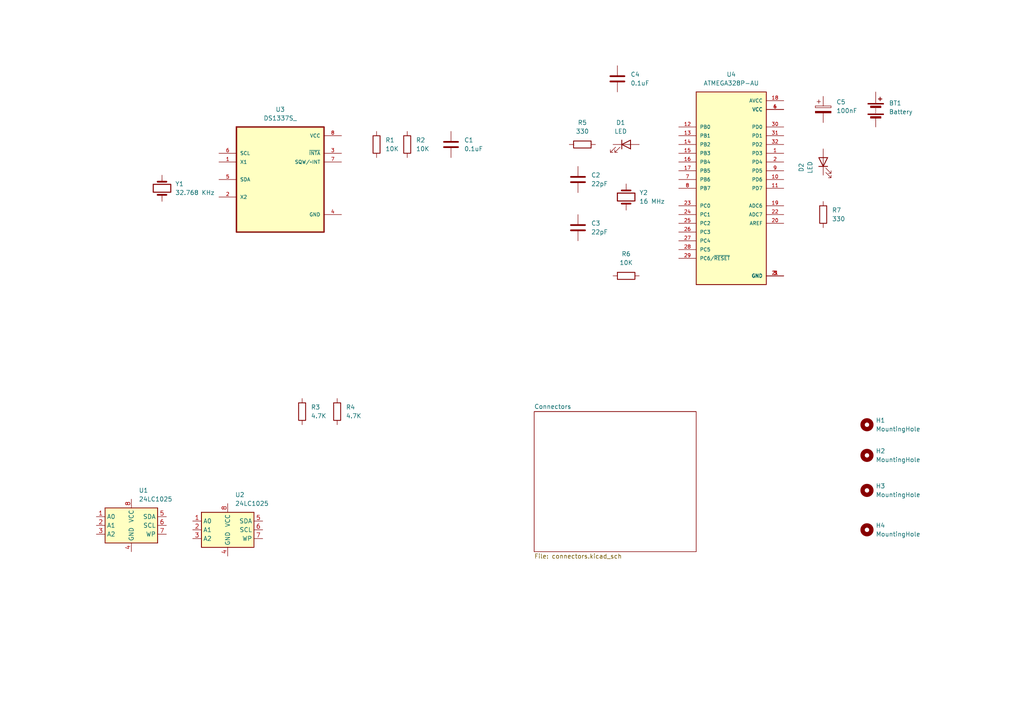
<source format=kicad_sch>
(kicad_sch (version 20250114) (generator "eeschema") (generator_version "9.0")
  (paper "A4")
  (title_block (title "${project_name}") (date "2025-10-13") (rev "1.0"))
  (lib_symbols
    (symbol "ATMEGA328P-AU:ATMEGA328P-AU" (pin_names (offset 1.016))
      (property "Reference" "U" (at -10.1755 29.2546 0))
      (property "Value" "ATMEGA328P-AU" (at -10.1669 -31.7714 0))
      (symbol "ATMEGA328P-AU_0_0"
        (rectangle (start -10.16 -27.94) (end 10.16 27.94) (stroke (width 0.254)) (fill (type background)))
        (pin bidirectional line (at -15.24 17.78 0) (length 5.08) (name "PB0") (number "12"))
        (pin bidirectional line (at -15.24 15.24 0) (length 5.08) (name "PB1") (number "13"))
        (pin bidirectional line (at -15.24 12.7 0) (length 5.08) (name "PB2") (number "14"))
        (pin bidirectional line (at -15.24 10.16 0) (length 5.08) (name "PB3") (number "15"))
        (pin bidirectional line (at -15.24 7.62 0) (length 5.08) (name "PB4") (number "16"))
        (pin bidirectional line (at -15.24 5.08 0) (length 5.08) (name "PB5") (number "17"))
        (pin bidirectional line (at -15.24 2.54 0) (length 5.08) (name "PB6") (number "7"))
        (pin bidirectional line (at -15.24 0 0) (length 5.08) (name "PB7") (number "8"))
        (pin bidirectional line (at -15.24 -5.08 0) (length 5.08) (name "PC0") (number "23"))
        (pin bidirectional line (at -15.24 -7.62 0) (length 5.08) (name "PC1") (number "24"))
        (pin bidirectional line (at -15.24 -10.16 0) (length 5.08) (name "PC2") (number "25"))
        (pin bidirectional line (at -15.24 -12.7 0) (length 5.08) (name "PC3") (number "26"))
        (pin bidirectional line (at -15.24 -15.24 0) (length 5.08) (name "PC4") (number "27"))
        (pin bidirectional line (at -15.24 -17.78 0) (length 5.08) (name "PC5") (number "28"))
        (pin bidirectional line (at -15.24 -20.32 0) (length 5.08) (name "PC6/~{RESET}") (number "29"))
        (pin power_in line (at 15.24 25.4 180) (length 5.08) (name "AVCC") (number "18"))
        (pin power_in line (at 15.24 22.86 180) (length 5.08) (name "VCC") (number "4"))
        (pin power_in line (at 15.24 22.86 180) (length 5.08) (name "VCC") (number "6"))
        (pin bidirectional line (at 15.24 17.78 180) (length 5.08) (name "PD0") (number "30"))
        (pin bidirectional line (at 15.24 15.24 180) (length 5.08) (name "PD1") (number "31"))
        (pin bidirectional line (at 15.24 12.7 180) (length 5.08) (name "PD2") (number "32"))
        (pin bidirectional line (at 15.24 10.16 180) (length 5.08) (name "PD3") (number "1"))
        (pin bidirectional line (at 15.24 7.62 180) (length 5.08) (name "PD4") (number "2"))
        (pin bidirectional line (at 15.24 5.08 180) (length 5.08) (name "PD5") (number "9"))
        (pin bidirectional line (at 15.24 2.54 180) (length 5.08) (name "PD6") (number "10"))
        (pin bidirectional line (at 15.24 0 180) (length 5.08) (name "PD7") (number "11"))
        (pin bidirectional line (at 15.24 -5.08 180) (length 5.08) (name "ADC6") (number "19"))
        (pin bidirectional line (at 15.24 -7.62 180) (length 5.08) (name "ADC7") (number "22"))
        (pin input line (at 15.24 -10.16 180) (length 5.08) (name "AREF") (number "20"))
        (pin power_in line (at 15.24 -25.4 180) (length 5.08) (name "GND") (number "21"))
        (pin power_in line (at 15.24 -25.4 180) (length 5.08) (name "GND") (number "3"))
        (pin power_in line (at 15.24 -25.4 180) (length 5.08) (name "GND") (number "5"))
      )
    )
    (symbol "DS1337S_:DS1337S_" (pin_names (offset 1.016))
      (property "Reference" "U" (at -12.7 16.24 0))
      (property "Value" "DS1337S_" (at -12.7 -19.24 0))
      (symbol "DS1337S__0_0"
        (rectangle (start -12.7 -15.24) (end 12.7 15.24) (stroke (width 0.41)) (fill (type background)))
        (pin input line (at -17.78 7.62 0) (length 5.08) (name "SCL") (number "6"))
        (pin input line (at -17.78 5.08 0) (length 5.08) (name "X1") (number "1"))
        (pin bidirectional line (at -17.78 0 0) (length 5.08) (name "SDA") (number "5"))
        (pin bidirectional line (at -17.78 -5.08 0) (length 5.08) (name "X2") (number "2"))
        (pin power_in line (at 17.78 12.7 180) (length 5.08) (name "VCC") (number "8"))
        (pin output line (at 17.78 7.62 180) (length 5.08) (name "~{INTA}") (number "3"))
        (pin output line (at 17.78 5.08 180) (length 5.08) (name "SQW/~INT") (number "7"))
        (pin power_in line (at 17.78 -10.16 180) (length 5.08) (name "GND") (number "4"))
      )
    )
    (symbol "Device:Battery" (pin_numbers (hide yes)) (pin_names (offset 0) (hide yes))
      (property "Reference" "BT" (at 2.54 2.54 0))
      (property "Value" "Battery" (at 2.54 0 0))
      (symbol "Battery_0_1"
        (rectangle (start -2.286 1.778) (end 2.286 1.524) (fill (type outline)))
        (rectangle (start -2.286 -1.27) (end 2.286 -1.524) (fill (type outline)))
        (rectangle (start -1.524 1.016) (end 1.524 0.508) (fill (type outline)))
        (rectangle (start -1.524 -2.032) (end 1.524 -2.54) (fill (type outline)))
        (polyline (pts (xy 0 1.778) (xy 0 2.54)))
        (polyline (pts (xy 0 0) (xy 0 0.254)))
        (polyline (pts (xy 0 -0.508) (xy 0 -0.254)))
        (polyline (pts (xy 0 -1.016) (xy 0 -0.762)))
        (polyline (pts (xy 0.762 3.048) (xy 1.778 3.048)) (stroke (width 0.254)))
        (polyline (pts (xy 1.27 3.556) (xy 1.27 2.54)) (stroke (width 0.254)))
      )
      (symbol "Battery_1_1"
        (pin passive line (at 0 5.08 270) (length 2.54) (name "+") (number "1"))
        (pin passive line (at 0 -5.08 90) (length 2.54) (name "-") (number "2"))
      )
    )
    (symbol "Device:C" (pin_numbers (hide yes)) (pin_names (offset 0.254))
      (property "Reference" "C" (at 0.635 2.54 0))
      (property "Value" "C" (at 0.635 -2.54 0))
      (symbol "C_0_1"
        (polyline (pts (xy -2.032 0.762) (xy 2.032 0.762)) (stroke (width 0.508)))
        (polyline (pts (xy -2.032 -0.762) (xy 2.032 -0.762)) (stroke (width 0.508)))
      )
      (symbol "C_1_1"
        (pin passive line (at 0 3.81 270) (length 2.794) (name "~") (number "1"))
        (pin passive line (at 0 -3.81 90) (length 2.794) (name "~") (number "2"))
      )
    )
    (symbol "Device:C_Polarized" (pin_numbers (hide yes)) (pin_names (offset 0.254))
      (property "Reference" "C" (at 0.635 2.54 0))
      (property "Value" "C_Polarized" (at 0.635 -2.54 0))
      (symbol "C_Polarized_0_1"
        (rectangle (start -2.286 0.508) (end 2.286 1.016))
        (polyline (pts (xy -1.778 2.286) (xy -0.762 2.286)))
        (polyline (pts (xy -1.27 2.794) (xy -1.27 1.778)))
        (rectangle (start 2.286 -0.508) (end -2.286 -1.016) (fill (type outline)))
      )
      (symbol "C_Polarized_1_1"
        (pin passive line (at 0 3.81 270) (length 2.794) (name "~") (number "1"))
        (pin passive line (at 0 -3.81 90) (length 2.794) (name "~") (number "2"))
      )
    )
    (symbol "Device:Crystal" (pin_numbers (hide yes)) (pin_names (offset 1.016) (hide yes))
      (property "Reference" "Y" (at 0 3.81 0))
      (property "Value" "Crystal" (at 0 -3.81 0))
      (symbol "Crystal_0_1"
        (polyline (pts (xy -2.54 0) (xy -1.905 0)))
        (polyline (pts (xy -1.905 -1.27) (xy -1.905 1.27)) (stroke (width 0.508)))
        (rectangle (start -1.143 2.54) (end 1.143 -2.54) (stroke (width 0.3048)))
        (polyline (pts (xy 1.905 -1.27) (xy 1.905 1.27)) (stroke (width 0.508)))
        (polyline (pts (xy 2.54 0) (xy 1.905 0)))
      )
      (symbol "Crystal_1_1"
        (pin passive line (at -3.81 0 0) (length 1.27) (name "1") (number "1"))
        (pin passive line (at 3.81 0 180) (length 1.27) (name "2") (number "2"))
      )
    )
    (symbol "Device:LED" (pin_numbers (hide yes)) (pin_names (offset 1.016) (hide yes))
      (property "Reference" "D" (at 0 2.54 0))
      (property "Value" "LED" (at 0 -2.54 0))
      (symbol "LED_0_1"
        (polyline (pts (xy -3.048 -0.762) (xy -4.572 -2.286) (xy -3.81 -2.286) (xy -4.572 -2.286) (xy -4.572 -1.524)))
        (polyline (pts (xy -1.778 -0.762) (xy -3.302 -2.286) (xy -2.54 -2.286) (xy -3.302 -2.286) (xy -3.302 -1.524)))
        (polyline (pts (xy -1.27 0) (xy 1.27 0)))
        (polyline (pts (xy -1.27 -1.27) (xy -1.27 1.27)) (stroke (width 0.254)))
        (polyline (pts (xy 1.27 -1.27) (xy 1.27 1.27) (xy -1.27 0) (xy 1.27 -1.27)) (stroke (width 0.254)))
      )
      (symbol "LED_1_1"
        (pin passive line (at -3.81 0 0) (length 2.54) (name "K") (number "1"))
        (pin passive line (at 3.81 0 180) (length 2.54) (name "A") (number "2"))
      )
    )
    (symbol "Device:R" (pin_numbers (hide yes)) (pin_names (offset 0))
      (property "Reference" "R" (at 2.032 0 90))
      (property "Value" "R" (at 0 0 90))
      (symbol "R_0_1"
        (rectangle (start -1.016 -2.54) (end 1.016 2.54) (stroke (width 0.254)))
      )
      (symbol "R_1_1"
        (pin passive line (at 0 3.81 270) (length 1.27) (name "~") (number "1"))
        (pin passive line (at 0 -3.81 90) (length 1.27) (name "~") (number "2"))
      )
    )
    (symbol "Mechanical:MountingHole" (pin_names (offset 1.016)) (in_bom no)
      (property "Reference" "H" (at 0 5.08 0))
      (property "Value" "MountingHole" (at 0 3.175 0))
      (symbol "MountingHole_0_1"
        (circle (center 0 0) (radius 1.27) (stroke (width 1.27)))
      )
    )
    (symbol "Memory_EEPROM:24LC1025"
      (property "Reference" "U" (at -6.35 6.35 0))
      (property "Value" "24LC1025" (at 1.27 6.35 0))
      (symbol "24LC1025_1_1"
        (rectangle (start -7.62 5.08) (end 7.62 -5.08) (stroke (width 0.254)) (fill (type background)))
        (pin input line (at -10.16 2.54 0) (length 2.54) (name "A0") (number "1"))
        (pin input line (at -10.16 0 0) (length 2.54) (name "A1") (number "2"))
        (pin input line (at -10.16 -2.54 0) (length 2.54) (name "A2") (number "3"))
        (pin power_in line (at 0 7.62 270) (length 2.54) (name "VCC") (number "8"))
        (pin power_in line (at 0 -7.62 90) (length 2.54) (name "GND") (number "4"))
        (pin bidirectional line (at 10.16 2.54 180) (length 2.54) (name "SDA") (number "5"))
        (pin input line (at 10.16 0 180) (length 2.54) (name "SCL") (number "6"))
        (pin input line (at 10.16 -2.54 180) (length 2.54) (name "WP") (number "7"))
      )
    )
  )
  (symbol (lib_id "Device:Battery") (at 254 31.75 0) (unit 1)
    (property "Reference" "BT1" (at 257.81 29.9084 0) (effects (justify left)))
    (property "Value" "Battery" (at 257.81 32.4484 0) (effects (justify left)))
    (property "Description" "Multiple-cell battery" (effects (hide yes)))
  )
  (symbol (lib_id "Mechanical:MountingHole") (at 251.46 142.24 0) (unit 1) (in_bom no)
    (property "Reference" "H3" (at 254 140.9699 0) (effects (justify left)))
    (property "Value" "MountingHole" (at 254 143.5099 0) (effects (justify left)))
    (property "Description" "Mounting Hole without connection" (effects (hide yes)))
  )
  (symbol (lib_id "Mechanical:MountingHole") (at 251.46 153.67 0) (unit 1) (in_bom no)
    (property "Reference" "H4" (at 254 152.3999 0) (effects (justify left)))
    (property "Value" "MountingHole" (at 254 154.9399 0) (effects (justify left)))
    (property "Description" "Mounting Hole without connection" (effects (hide yes)))
  )
  (symbol (lib_id "Mechanical:MountingHole") (at 251.46 132.08 0) (unit 1) (in_bom no)
    (property "Reference" "H2" (at 254 130.8099 0) (effects (justify left)))
    (property "Value" "MountingHole" (at 254 133.3499 0) (effects (justify left)))
    (property "Description" "Mounting Hole without connection" (effects (hide yes)))
  )
  (symbol (lib_id "Device:LED") (at 238.76 46.99 90) (unit 1)
    (property "Reference" "D2" (at 232.41 48.5775 0))
    (property "Value" "LED" (at 234.95 48.5775 0))
    (property "Description" "Light emitting diode" (effects (hide yes)))
    (property "Sim.Pins" "1=K 2=A" (effects (hide yes)))
  )
  (symbol (lib_id "Device:R") (at 168.91 41.91 90) (unit 1)
    (property "Reference" "R5" (at 168.91 35.56 90))
    (property "Value" "330" (at 168.91 38.1 90))
    (property "Description" "Resistor" (effects (hide yes)))
  )
  (symbol (lib_id "DS1337S_:DS1337S_") (at 81.28 52.07 0) (unit 1)
    (property "Reference" "U3" (at 81.28 31.75 0))
    (property "Value" "DS1337S_" (at 81.28 34.29 0))
    (property "Footprint" "DS1337S_:SOIC127P600X175-8N" (effects (hide yes)))
    (property "MF" "Maxim Integrated Products" (effects (hide yes)))
    (property "Description_1" "Real Time Clock (RTC) IC Clock/Calendar I2C, 2-Wire Serial 8-SOIC (0.154, 3.90mm Width)" (effects (hide yes)))
    (property "Package" "SOIC-8 Maxim" (effects (hide yes)))
    (property "Price" "None" (effects (hide yes)))
    (property "SnapEDA_Link" "https://www.snapeda.com/parts/DS1337S+/Maxim+Integrated/view-part/?ref=snap" (effects (hide yes)))
    (property "MP" "DS1337S+" (effects (hide yes)))
    (property "Availability" "In Stock" (effects (hide yes)))
    (property "Check_prices" "https://www.snapeda.com/parts/DS1337S+/Maxim+Integrated/view-part/?ref=eda" (effects (hide yes)))
  )
  (symbol (lib_id "Device:C") (at 130.81 41.91 0) (unit 1)
    (property "Reference" "C1" (at 134.62 40.6399 0) (effects (justify left)))
    (property "Value" "0.1uF" (at 134.62 43.1799 0) (effects (justify left)))
    (property "Description" "Unpolarized capacitor" (effects (hide yes)))
  )
  (symbol (lib_id "ATMEGA328P-AU:ATMEGA328P-AU") (at 212.09 54.61 0) (unit 1)
    (property "Reference" "U4" (at 212.09 21.59 0))
    (property "Value" "ATMEGA328P-AU" (at 212.09 24.13 0))
    (property "Footprint" "ATMEGA328P-AU:QFP80P900X900X120-32N" (effects (hide yes)))
    (property "DigiKey_Part_Number" "ATMEGA328P-AU-ND" (effects (hide yes)))
    (property "SnapEDA_Link" "https://www.snapeda.com/parts/ATMEGA328P-AU/Microchip+Technology/view-part/?ref=snap" (effects (hide yes)))
    (property "MAXIMUM_PACKAGE_HEIGHT" "1.20mm" (effects (hide yes)))
    (property "Package" "TQFP-32 Microchip" (effects (hide yes)))
    (property "Check_prices" "https://www.snapeda.com/parts/ATMEGA328P-AU/Microchip+Technology/view-part/?ref=eda" (effects (hide yes)))
    (property "STANDARD" "IPC-7351B" (effects (hide yes)))
    (property "PARTREV" "8271A" (effects (hide yes)))
    (property "MF" "Microchip" (effects (hide yes)))
    (property "MP" "ATMEGA328P-AU" (effects (hide yes)))
    (property "Description_1" "AVR AVR® ATmega Microcontroller IC 8-Bit 20MHz 32KB (16K x 16) FLASH 32-TQFP (7x7)" (effects (hide yes)))
    (property "MANUFACTURER" "Microchip" (effects (hide yes)))
  )
  (symbol (lib_id "Device:R") (at 109.22 41.91 180) (unit 1)
    (property "Reference" "R1" (at 111.76 40.6399 0) (effects (justify right)))
    (property "Value" "10K" (at 111.76 43.1799 0) (effects (justify right)))
    (property "Description" "Resistor" (effects (hide yes)))
  )
  (symbol (lib_id "Device:Crystal") (at 181.61 57.15 90) (unit 1)
    (property "Reference" "Y2" (at 185.42 55.8799 90) (effects (justify right)))
    (property "Value" "16 MHz" (at 185.42 58.4199 90) (effects (justify right)))
    (property "Description" "Two pin crystal" (effects (hide yes)))
  )
  (symbol (lib_id "Device:R") (at 97.79 119.38 0) (unit 1)
    (property "Reference" "R4" (at 100.33 118.1099 0) (effects (justify left)))
    (property "Value" "4.7K" (at 100.33 120.6499 0) (effects (justify left)))
    (property "Description" "Resistor" (effects (hide yes)))
  )
  (symbol (lib_id "Mechanical:MountingHole") (at 251.46 123.19 0) (unit 1) (in_bom no)
    (property "Reference" "H1" (at 254 121.9199 0) (effects (justify left)))
    (property "Value" "MountingHole" (at 254 124.4599 0) (effects (justify left)))
    (property "Description" "Mounting Hole without connection" (effects (hide yes)))
  )
  (symbol (lib_id "Device:R") (at 238.76 62.23 0) (unit 1)
    (property "Reference" "R7" (at 241.3 60.9599 0) (effects (justify left)))
    (property "Value" "330" (at 241.3 63.4999 0) (effects (justify left)))
    (property "Description" "Resistor" (effects (hide yes)))
  )
  (symbol (lib_id "Device:Crystal") (at 46.99 54.61 90) (unit 1)
    (property "Reference" "Y1" (at 50.8 53.3399 90) (effects (justify right)))
    (property "Value" "32.768 KHz" (at 50.8 55.8799 90) (effects (justify right)))
    (property "Description" "Two pin crystal" (effects (hide yes)))
  )
  (symbol (lib_id "Device:R") (at 181.61 80.01 90) (unit 1)
    (property "Reference" "R6" (at 181.61 73.66 90))
    (property "Value" "10K" (at 181.61 76.2 90))
    (property "Description" "Resistor" (effects (hide yes)))
  )
  (symbol (lib_id "Memory_EEPROM:24LC1025") (at 38.1 152.4 0) (unit 1)
    (property "Reference" "U1" (at 40.2433 142.24 0) (effects (justify left)))
    (property "Value" "24LC1025" (at 40.2433 144.78 0) (effects (justify left)))
    (property "Datasheet" "http://ww1.microchip.com/downloads/en/DeviceDoc/21941B.pdf" (effects (hide yes)))
    (property "Description" "I2C Serial EEPROM, 1024Kb, DIP-8/SOIC-8/TSSOP-8/DFN-8" (effects (hide yes)))
  )
  (symbol (lib_id "Memory_EEPROM:24LC1025") (at 66.04 153.67 0) (unit 1)
    (property "Reference" "U2" (at 68.1833 143.51 0) (effects (justify left)))
    (property "Value" "24LC1025" (at 68.1833 146.05 0) (effects (justify left)))
    (property "Datasheet" "http://ww1.microchip.com/downloads/en/DeviceDoc/21941B.pdf" (effects (hide yes)))
    (property "Description" "I2C Serial EEPROM, 1024Kb, DIP-8/SOIC-8/TSSOP-8/DFN-8" (effects (hide yes)))
  )
  (symbol (lib_id "Device:R") (at 87.63 119.38 0) (unit 1)
    (property "Reference" "R3" (at 90.17 118.1099 0) (effects (justify left)))
    (property "Value" "4.7K" (at 90.17 120.6499 0) (effects (justify left)))
    (property "Description" "Resistor" (effects (hide yes)))
  )
  (symbol (lib_id "Device:C") (at 179.07 22.86 0) (unit 1)
    (property "Reference" "C4" (at 182.88 21.5899 0) (effects (justify left)))
    (property "Value" "0.1uF" (at 182.88 24.1299 0) (effects (justify left)))
    (property "Description" "Unpolarized capacitor" (effects (hide yes)))
  )
  (symbol (lib_id "Device:C") (at 167.64 66.04 0) (unit 1)
    (property "Reference" "C3" (at 171.45 64.7699 0) (effects (justify left)))
    (property "Value" "22pF" (at 171.45 67.3099 0) (effects (justify left)))
    (property "Description" "Unpolarized capacitor" (effects (hide yes)))
  )
  (symbol (lib_id "Device:C") (at 167.64 52.07 0) (unit 1)
    (property "Reference" "C2" (at 171.45 50.7999 0) (effects (justify left)))
    (property "Value" "22pF" (at 171.45 53.3399 0) (effects (justify left)))
    (property "Description" "Unpolarized capacitor" (effects (hide yes)))
  )
  (symbol (lib_id "Device:LED") (at 181.61 41.91 0) (unit 1)
    (property "Reference" "D1" (at 180.0225 35.56 0))
    (property "Value" "LED" (at 180.0225 38.1 0))
    (property "Description" "Light emitting diode" (effects (hide yes)))
    (property "Sim.Pins" "1=K 2=A" (effects (hide yes)))
  )
  (symbol (lib_id "Device:R") (at 118.11 41.91 180) (unit 1)
    (property "Reference" "R2" (at 120.65 40.6399 0) (effects (justify right)))
    (property "Value" "10K" (at 120.65 43.1799 0) (effects (justify right)))
    (property "Description" "Resistor" (effects (hide yes)))
  )
  (symbol (lib_id "Device:C_Polarized") (at 238.76 31.75 0) (unit 1)
    (property "Reference" "C5" (at 242.57 29.5909 0) (effects (justify left)))
    (property "Value" "100nF" (at 242.57 32.1309 0) (effects (justify left)))
    (property "Description" "Polarized capacitor" (effects (hide yes)))
  )
  (sheet (at 154.94 119.38) (size 46.99 40.64) (stroke (width 0.1524))
    (property "Sheetname" "Connectors" (at 154.94 118.6684 0) (effects (justify left bottom)))
    (property "Sheetfile" "connectors.kicad_sch" (at 154.94 160.6046 0) (effects (justify left top)))
  )
)
</source>
